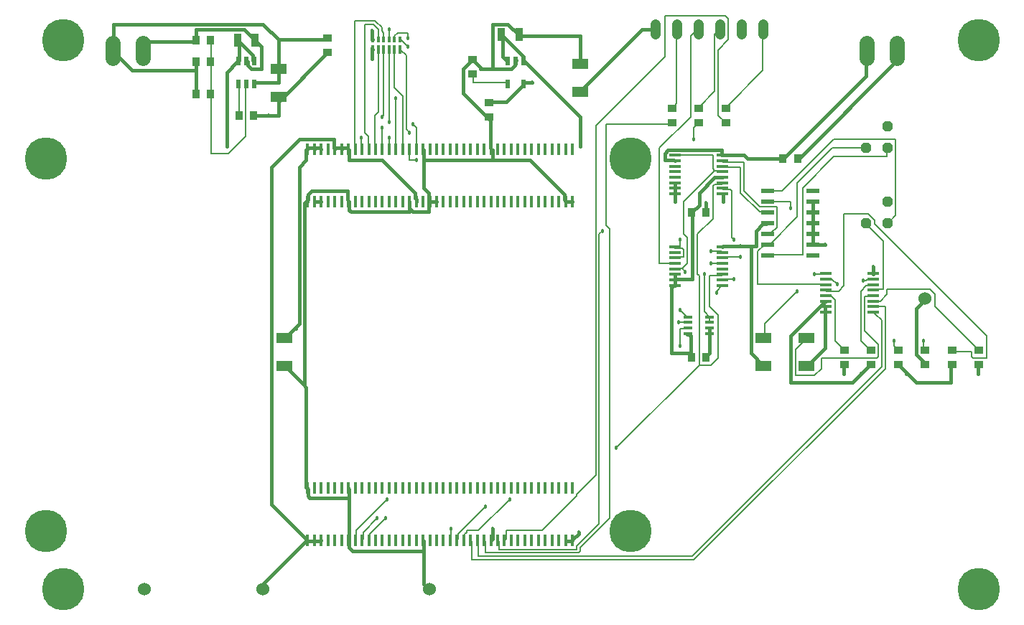
<source format=gtl>
G75*
%MOIN*%
%OFA0B0*%
%FSLAX24Y24*%
%IPPOS*%
%LPD*%
%AMOC8*
5,1,8,0,0,1.08239X$1,22.5*
%
%ADD10R,0.0180X0.0570*%
%ADD11C,0.1969*%
%ADD12R,0.0394X0.0157*%
%ADD13R,0.0150X0.0300*%
%ADD14R,0.0150X0.0400*%
%ADD15C,0.0709*%
%ADD16R,0.0420X0.0350*%
%ADD17R,0.0350X0.0420*%
%ADD18R,0.0217X0.0394*%
%ADD19R,0.0380X0.0600*%
%ADD20R,0.0740X0.0480*%
%ADD21C,0.0600*%
%ADD22OC8,0.0480*%
%ADD23R,0.0550X0.0137*%
%ADD24R,0.0610X0.0236*%
%ADD25C,0.0480*%
%ADD26C,0.0150*%
%ADD27C,0.0180*%
%ADD28C,0.0080*%
D10*
X015009Y004354D03*
X015324Y004354D03*
X015639Y004354D03*
X015954Y004354D03*
X016269Y004354D03*
X016584Y004354D03*
X016899Y004354D03*
X017214Y004354D03*
X017529Y004354D03*
X017844Y004354D03*
X018159Y004354D03*
X018474Y004354D03*
X018789Y004354D03*
X019104Y004354D03*
X019419Y004354D03*
X019734Y004354D03*
X020049Y004354D03*
X020364Y004354D03*
X020679Y004354D03*
X020994Y004354D03*
X021309Y004354D03*
X021624Y004354D03*
X021939Y004354D03*
X022254Y004354D03*
X022569Y004354D03*
X022883Y004354D03*
X023198Y004354D03*
X023513Y004354D03*
X023828Y004354D03*
X024143Y004354D03*
X024458Y004354D03*
X024773Y004354D03*
X025088Y004354D03*
X025403Y004354D03*
X025718Y004354D03*
X026033Y004354D03*
X026348Y004354D03*
X026663Y004354D03*
X026978Y004354D03*
X027293Y004354D03*
X027293Y006783D03*
X026978Y006783D03*
X026663Y006783D03*
X026348Y006783D03*
X026033Y006783D03*
X025718Y006783D03*
X025403Y006783D03*
X025088Y006783D03*
X024773Y006783D03*
X024458Y006783D03*
X024143Y006783D03*
X023828Y006783D03*
X023513Y006783D03*
X023198Y006783D03*
X022883Y006783D03*
X022569Y006783D03*
X022254Y006783D03*
X021939Y006783D03*
X021624Y006783D03*
X021309Y006783D03*
X020994Y006783D03*
X020679Y006783D03*
X020364Y006783D03*
X020049Y006783D03*
X019734Y006783D03*
X019419Y006783D03*
X019104Y006783D03*
X018789Y006783D03*
X018474Y006783D03*
X018159Y006783D03*
X017844Y006783D03*
X017529Y006783D03*
X017214Y006783D03*
X016899Y006783D03*
X016584Y006783D03*
X016269Y006783D03*
X015954Y006783D03*
X015639Y006783D03*
X015324Y006783D03*
X015009Y006783D03*
X015009Y020102D03*
X015324Y020102D03*
X015639Y020102D03*
X015954Y020102D03*
X016269Y020102D03*
X016584Y020102D03*
X016899Y020102D03*
X017214Y020102D03*
X017529Y020102D03*
X017844Y020102D03*
X018159Y020102D03*
X018474Y020102D03*
X018789Y020102D03*
X019104Y020102D03*
X019419Y020102D03*
X019734Y020102D03*
X020049Y020102D03*
X020364Y020102D03*
X020679Y020102D03*
X020994Y020102D03*
X021309Y020102D03*
X021624Y020102D03*
X021939Y020102D03*
X022254Y020102D03*
X022569Y020102D03*
X022883Y020102D03*
X023198Y020102D03*
X023513Y020102D03*
X023828Y020102D03*
X024143Y020102D03*
X024458Y020102D03*
X024773Y020102D03*
X025088Y020102D03*
X025403Y020102D03*
X025718Y020102D03*
X026033Y020102D03*
X026348Y020102D03*
X026663Y020102D03*
X026978Y020102D03*
X027293Y020102D03*
X027293Y022531D03*
X026978Y022531D03*
X026663Y022531D03*
X026348Y022531D03*
X026033Y022531D03*
X025718Y022531D03*
X025403Y022531D03*
X025088Y022531D03*
X024773Y022531D03*
X024458Y022531D03*
X024143Y022531D03*
X023828Y022531D03*
X023513Y022531D03*
X023198Y022531D03*
X022883Y022531D03*
X022569Y022531D03*
X022254Y022531D03*
X021939Y022531D03*
X021624Y022531D03*
X021309Y022531D03*
X020994Y022531D03*
X020679Y022531D03*
X020364Y022531D03*
X020049Y022531D03*
X019734Y022531D03*
X019419Y022531D03*
X019104Y022531D03*
X018789Y022531D03*
X018474Y022531D03*
X018159Y022531D03*
X017844Y022531D03*
X017529Y022531D03*
X017214Y022531D03*
X016899Y022531D03*
X016584Y022531D03*
X016269Y022531D03*
X015954Y022531D03*
X015639Y022531D03*
X015324Y022531D03*
X015009Y022531D03*
D11*
X003663Y002100D03*
X002844Y004781D03*
X030009Y004781D03*
X046163Y002100D03*
X030009Y022104D03*
X046163Y027600D03*
X003663Y027600D03*
X002844Y022104D03*
D12*
X032651Y014734D03*
X032651Y014478D03*
X032651Y014222D03*
X032651Y013966D03*
X033675Y013966D03*
X033675Y014222D03*
X033675Y014478D03*
X033675Y014734D03*
D13*
X019288Y027620D03*
X019038Y027620D03*
X018788Y027620D03*
X018538Y027620D03*
X018288Y027620D03*
X018038Y027620D03*
D14*
X018038Y027170D03*
X018288Y027170D03*
X018538Y027170D03*
X018788Y027170D03*
X019038Y027170D03*
X019288Y027170D03*
D15*
X007352Y027454D02*
X007352Y026746D01*
X005974Y026746D02*
X005974Y027454D01*
X040974Y027454D02*
X040974Y026746D01*
X042352Y026746D02*
X042352Y027454D01*
D16*
X034413Y024440D03*
X034413Y023760D03*
X033163Y023760D03*
X031913Y023760D03*
X031913Y024440D03*
X033163Y024440D03*
X023413Y024690D03*
X023413Y024010D03*
X022663Y026010D03*
X022663Y026690D03*
X015913Y027010D03*
X015913Y027690D03*
X039913Y013190D03*
X039913Y012510D03*
X041163Y012510D03*
X041163Y013190D03*
X042413Y013190D03*
X042413Y012510D03*
X043663Y012510D03*
X043663Y013190D03*
X044913Y013190D03*
X044913Y012510D03*
X046163Y012510D03*
X046163Y013190D03*
D17*
X033503Y012850D03*
X032823Y012850D03*
X032823Y019600D03*
X033503Y019600D03*
X037073Y022100D03*
X037753Y022100D03*
X012503Y024100D03*
X011823Y024100D03*
X010503Y025100D03*
X009823Y025100D03*
X009823Y026600D03*
X010503Y026600D03*
X010503Y027600D03*
X009823Y027600D03*
D18*
X011789Y026631D03*
X012163Y026631D03*
X012537Y026631D03*
X012537Y025569D03*
X012163Y025569D03*
X011789Y025569D03*
X024289Y025569D03*
X025037Y025569D03*
X025037Y026631D03*
X024663Y026631D03*
X024289Y026631D03*
D19*
X024003Y027850D03*
X024823Y027850D03*
X012573Y027600D03*
X011753Y027600D03*
D20*
X013663Y026250D03*
X013663Y024950D03*
X027663Y025200D03*
X027663Y026500D03*
X036163Y013750D03*
X036163Y012450D03*
X038163Y012450D03*
X038163Y013750D03*
X013913Y013750D03*
X013913Y012450D03*
D21*
X012913Y002100D03*
X007413Y002100D03*
X020663Y002100D03*
X043663Y015600D03*
D22*
X041913Y019100D03*
X040913Y019100D03*
X041913Y020100D03*
X041913Y022600D03*
X040913Y022600D03*
X041913Y023600D03*
D23*
X034275Y022245D03*
X034275Y021989D03*
X034275Y021733D03*
X034275Y021477D03*
X034275Y021221D03*
X034275Y020965D03*
X034275Y020709D03*
X034275Y020454D03*
X032055Y020454D03*
X032055Y020709D03*
X032055Y020965D03*
X032055Y021221D03*
X032055Y021477D03*
X032055Y021733D03*
X032055Y021989D03*
X032055Y022245D03*
X032055Y017995D03*
X032055Y017739D03*
X032055Y017483D03*
X032055Y017227D03*
X032055Y016971D03*
X032055Y016715D03*
X032055Y016459D03*
X032055Y016204D03*
X034275Y016204D03*
X034275Y016459D03*
X034275Y016715D03*
X034275Y016971D03*
X034275Y017227D03*
X034275Y017483D03*
X034275Y017739D03*
X034275Y017995D03*
X039055Y016745D03*
X039055Y016489D03*
X039055Y016233D03*
X039055Y015977D03*
X039055Y015721D03*
X039055Y015465D03*
X039055Y015209D03*
X039055Y014954D03*
X041275Y014954D03*
X041275Y015209D03*
X041275Y015465D03*
X041275Y015721D03*
X041275Y015977D03*
X041275Y016233D03*
X041275Y016489D03*
X041275Y016745D03*
D24*
X038476Y017600D03*
X038476Y018100D03*
X038476Y018600D03*
X038476Y019100D03*
X038476Y019600D03*
X038476Y020100D03*
X038476Y020600D03*
X036350Y020600D03*
X036350Y020100D03*
X036350Y019600D03*
X036350Y019100D03*
X036350Y018600D03*
X036350Y018100D03*
X036350Y017600D03*
D25*
X036163Y027860D02*
X036163Y028340D01*
X035163Y028340D02*
X035163Y027860D01*
X034163Y027860D02*
X034163Y028340D01*
X033163Y028340D02*
X033163Y027860D01*
X032163Y027860D02*
X032163Y028340D01*
X031163Y028340D02*
X031163Y027860D01*
D26*
X031163Y028100D02*
X030543Y028100D01*
X027663Y025220D01*
X027663Y025200D01*
X027663Y024020D02*
X027663Y022660D01*
X027663Y024020D02*
X025103Y026580D01*
X025037Y026631D01*
X025023Y026660D01*
X025023Y026820D01*
X024063Y027780D01*
X024003Y027850D01*
X024063Y027780D02*
X024063Y026820D01*
X024223Y026660D01*
X024289Y026631D01*
X024623Y026580D02*
X024623Y026420D01*
X024463Y026260D01*
X023583Y026260D01*
X023583Y028340D01*
X024303Y028340D01*
X024783Y027860D01*
X024823Y027850D01*
X024863Y027780D01*
X027663Y027780D01*
X027663Y026500D01*
X025423Y025620D02*
X025103Y025620D01*
X025037Y025569D01*
X025023Y025540D01*
X024223Y024740D01*
X023423Y024740D01*
X023413Y024690D01*
X023343Y024020D02*
X022223Y025140D01*
X022223Y026260D01*
X022623Y026660D01*
X022663Y026690D01*
X022703Y026660D01*
X023023Y026340D01*
X023023Y026260D01*
X023583Y026260D01*
X024623Y026580D02*
X024663Y026631D01*
X024703Y026660D01*
X023413Y024010D02*
X023343Y024020D01*
X023413Y024010D02*
X023423Y023940D01*
X023503Y023860D01*
X023503Y022580D01*
X023513Y022531D01*
X023583Y022500D01*
X023583Y022020D01*
X020383Y022020D01*
X020383Y022500D01*
X020364Y022531D01*
X020383Y022020D02*
X020383Y020740D01*
X020623Y020500D01*
X020623Y020180D01*
X020679Y020102D01*
X020703Y020100D01*
X020943Y020100D01*
X020994Y020102D01*
X020679Y020102D02*
X020623Y020100D01*
X020623Y019620D01*
X019903Y019620D01*
X019783Y019740D01*
X019743Y019700D01*
X019743Y019620D01*
X017023Y019620D01*
X016943Y019700D01*
X016943Y020100D01*
X016899Y020102D01*
X016863Y020180D01*
X016863Y020580D01*
X015183Y020580D01*
X015023Y020420D01*
X015023Y020180D01*
X015009Y020102D01*
X014943Y020100D01*
X014863Y020020D01*
X014863Y011620D01*
X014823Y011580D01*
X013983Y012420D01*
X013913Y012450D01*
X014823Y011580D02*
X014943Y011460D01*
X014943Y006820D01*
X015009Y006783D01*
X015023Y006740D01*
X015023Y006420D01*
X015103Y006340D01*
X016943Y006340D01*
X016943Y004420D01*
X016899Y004354D01*
X016943Y004340D01*
X016943Y004020D01*
X017103Y003860D01*
X020383Y003860D01*
X020383Y004340D01*
X020364Y004354D01*
X020383Y003860D02*
X020383Y002340D01*
X020623Y002100D01*
X020663Y002100D01*
X023513Y004354D02*
X023583Y004420D01*
X023583Y004900D01*
X026978Y004354D02*
X027023Y004340D01*
X027263Y004340D01*
X027293Y004354D01*
X027343Y004420D01*
X027583Y004660D01*
X027583Y004740D01*
X016943Y006340D02*
X016943Y006740D01*
X016899Y006783D01*
X015639Y004354D02*
X015583Y004340D01*
X015343Y004340D01*
X015324Y004354D01*
X015263Y004340D01*
X015023Y004340D01*
X015009Y004354D01*
X013343Y006020D01*
X013343Y021700D01*
X014623Y022980D01*
X016223Y022980D01*
X016223Y022580D01*
X016269Y022531D01*
X016303Y022580D01*
X016543Y022580D01*
X016584Y022531D01*
X016623Y022580D01*
X016863Y022580D01*
X016899Y022531D01*
X016943Y022500D01*
X016943Y022020D01*
X018463Y022020D01*
X019983Y020500D01*
X019983Y020260D01*
X020063Y020180D01*
X020049Y020102D01*
X019743Y020100D02*
X019743Y019780D01*
X019783Y019740D01*
X019743Y020100D02*
X019734Y020102D01*
X015639Y020102D02*
X015583Y020100D01*
X015343Y020100D01*
X015324Y020102D01*
X014623Y021700D02*
X014943Y022020D01*
X014943Y022500D01*
X015009Y022531D01*
X015023Y022580D01*
X015263Y022580D01*
X015324Y022531D01*
X015343Y022580D01*
X015583Y022580D01*
X015639Y022531D01*
X014623Y021700D02*
X014623Y014420D01*
X014423Y014220D01*
X014463Y014180D01*
X014423Y014220D02*
X013983Y013780D01*
X013913Y013750D01*
X025343Y022020D02*
X026943Y020420D01*
X026943Y020180D01*
X026978Y020102D01*
X027023Y020100D01*
X027263Y020100D01*
X027293Y020102D01*
X025343Y022020D02*
X023583Y022020D01*
X017983Y026740D02*
X017983Y027140D01*
X018038Y027170D01*
X017983Y027220D01*
X017983Y027620D02*
X018038Y027620D01*
X017983Y027620D02*
X017983Y028020D01*
X015913Y027690D02*
X015903Y027620D01*
X013663Y027620D01*
X012943Y028340D01*
X005983Y028340D01*
X005983Y027140D01*
X005974Y027100D01*
X005983Y027060D01*
X006863Y026180D01*
X009823Y026180D01*
X009823Y025100D01*
X011263Y026100D02*
X011263Y022660D01*
X012503Y024100D02*
X013183Y024100D01*
X013663Y024100D01*
X013663Y024740D01*
X015903Y026980D01*
X015913Y027010D01*
X013663Y027620D02*
X013663Y026250D01*
X013663Y025620D01*
X012543Y025620D01*
X012537Y025569D01*
X012383Y026260D02*
X012863Y026260D01*
X012863Y027300D01*
X012623Y027540D01*
X012573Y027600D01*
X012543Y027620D01*
X012063Y028100D01*
X009823Y028100D01*
X009823Y027600D01*
X009823Y027540D01*
X007423Y027540D01*
X007423Y027140D01*
X007352Y027100D01*
X009823Y026600D02*
X009823Y026180D01*
X011263Y026100D02*
X011743Y026580D01*
X011789Y026631D01*
X011823Y026660D01*
X011823Y027540D01*
X011753Y027600D01*
X011823Y027540D02*
X012463Y026900D01*
X012463Y026660D01*
X012537Y026631D01*
X012223Y026580D02*
X012163Y026631D01*
X012143Y026660D01*
X012223Y026580D02*
X012223Y026420D01*
X012383Y026260D01*
X013663Y024950D02*
X013663Y024900D01*
X013663Y024950D02*
X013663Y024740D01*
X031583Y022340D02*
X031583Y022020D01*
X031983Y022020D01*
X032055Y021989D01*
X031583Y022340D02*
X031743Y022500D01*
X034223Y022500D01*
X034223Y022260D01*
X034275Y022245D01*
X034303Y022260D01*
X035263Y022260D01*
X035423Y022100D01*
X037073Y022100D01*
X037103Y022100D01*
X040943Y025940D01*
X040943Y027060D01*
X040974Y027100D01*
X042303Y027060D02*
X042303Y026580D01*
X037823Y022100D01*
X037753Y022100D01*
X038463Y020100D02*
X038476Y020100D01*
X038463Y020100D02*
X038463Y019620D01*
X038476Y019600D01*
X038463Y019540D01*
X038463Y019140D01*
X038476Y019100D01*
X038463Y019060D01*
X038463Y018660D01*
X038476Y018600D01*
X038463Y018580D01*
X038463Y018100D01*
X038476Y018100D01*
X039023Y018100D01*
X041263Y017060D02*
X041263Y016740D01*
X041275Y016745D01*
X043263Y015140D02*
X043663Y015540D01*
X043663Y015600D01*
X043263Y015140D02*
X043263Y012980D01*
X043663Y012580D01*
X043663Y012510D01*
X043263Y011700D02*
X042823Y012140D01*
X042783Y012100D01*
X042823Y012140D02*
X042463Y012500D01*
X042413Y012510D01*
X041163Y012510D02*
X041103Y012500D01*
X040703Y012100D01*
X040303Y011700D01*
X037423Y011700D01*
X037423Y013860D01*
X038903Y015340D01*
X039023Y015220D01*
X039055Y015209D01*
X039023Y015220D02*
X039023Y014980D01*
X039055Y014954D01*
X039023Y014900D01*
X039023Y013300D01*
X038223Y012500D01*
X038163Y012450D01*
X039903Y012500D02*
X039903Y012100D01*
X039903Y012500D02*
X039913Y012510D01*
X043263Y011700D02*
X044863Y011700D01*
X044863Y012500D01*
X044913Y012510D01*
X046143Y012500D02*
X046143Y012100D01*
X046143Y012500D02*
X046163Y012510D01*
X039055Y015465D02*
X039023Y015460D01*
X038903Y015340D01*
X036143Y012500D02*
X035583Y013060D01*
X035583Y018020D01*
X035103Y018020D01*
X034303Y018020D01*
X034275Y017995D01*
X035583Y018020D02*
X035823Y018020D01*
X035823Y018740D01*
X036143Y019060D01*
X036303Y019060D01*
X036350Y019100D01*
X034303Y020100D02*
X034303Y020420D01*
X034275Y020454D01*
X033503Y020020D02*
X033503Y019600D01*
X033183Y019940D02*
X032863Y019620D01*
X032823Y019600D01*
X032863Y019540D01*
X032863Y016500D01*
X032063Y016500D01*
X032055Y016459D01*
X032063Y016420D01*
X032063Y016260D01*
X032055Y016204D01*
X031983Y016180D01*
X031903Y016100D01*
X031903Y013060D01*
X032783Y013060D01*
X032783Y013380D01*
X032783Y013860D01*
X032703Y013940D01*
X032651Y013966D01*
X032623Y013940D01*
X033663Y013940D02*
X033663Y013540D01*
X033663Y013060D01*
X033503Y012900D01*
X033503Y012850D01*
X032823Y012850D02*
X032783Y012900D01*
X032783Y013060D01*
X033663Y013940D02*
X033675Y013966D01*
X033663Y014020D01*
X033663Y014180D01*
X033675Y014222D01*
X036143Y012500D02*
X036163Y012450D01*
X032063Y016500D02*
X032063Y016660D01*
X032055Y016715D01*
X032063Y020100D02*
X032063Y020420D01*
X032055Y020454D01*
X032063Y020500D01*
X032063Y020660D01*
X032055Y020709D01*
X032063Y020740D01*
X032063Y020900D01*
X032055Y020965D01*
X033183Y020500D02*
X033903Y021220D01*
X034223Y021220D01*
X034275Y021221D01*
X033183Y020500D02*
X033183Y019940D01*
X042303Y027060D02*
X042352Y027100D01*
X015009Y004354D02*
X014943Y004340D01*
X012943Y002340D01*
X012943Y002100D01*
X012913Y002100D01*
D27*
X018223Y005380D03*
X018623Y005380D03*
X018703Y006260D03*
X021663Y004900D03*
X023263Y005940D03*
X024383Y006260D03*
X023583Y004900D03*
X027583Y004740D03*
X029343Y008660D03*
X032303Y013380D03*
X032783Y013380D03*
X033663Y013540D03*
X032223Y014500D03*
X032303Y015060D03*
X033983Y015860D03*
X034783Y016500D03*
X033743Y017220D03*
X033423Y016740D03*
X032543Y016820D03*
X033743Y017780D03*
X034783Y018340D03*
X035103Y018020D03*
X035103Y017540D03*
X032303Y018340D03*
X032063Y020100D03*
X033503Y020020D03*
X034303Y020100D03*
X037423Y019780D03*
X039023Y018100D03*
X038543Y016740D03*
X037743Y015940D03*
X039583Y016260D03*
X040783Y016420D03*
X041263Y017060D03*
X042223Y013620D03*
X043583Y013620D03*
X042783Y012100D03*
X040703Y012100D03*
X039903Y012100D03*
X046143Y012100D03*
X028703Y018740D03*
X027663Y022660D03*
X025423Y025620D03*
X019903Y023700D03*
X019743Y023300D03*
X018783Y023060D03*
X018463Y023540D03*
X018783Y023780D03*
X018463Y024020D03*
X019103Y024900D03*
X017983Y026740D03*
X019663Y027300D03*
X019663Y027700D03*
X018783Y028100D03*
X017983Y028020D03*
X013183Y024100D03*
X011263Y022660D03*
X017503Y023060D03*
X020063Y022020D03*
X014463Y014180D03*
X032943Y022980D03*
D28*
X032943Y023540D01*
X033163Y023760D01*
X032783Y024020D02*
X032783Y027780D01*
X033103Y028100D01*
X033163Y028100D01*
X033903Y027860D02*
X034143Y028100D01*
X034163Y028100D01*
X033903Y027860D02*
X033903Y025220D01*
X033183Y024500D01*
X033163Y024440D01*
X032783Y024020D02*
X031343Y022580D01*
X031343Y017220D01*
X031983Y017220D01*
X032055Y017227D01*
X032063Y016980D02*
X032055Y016971D01*
X032063Y016980D02*
X032383Y016980D01*
X032623Y017220D01*
X032623Y018420D01*
X032463Y018580D01*
X032463Y020100D01*
X033903Y021540D01*
X034223Y021540D01*
X034275Y021477D01*
X034303Y021700D02*
X034275Y021733D01*
X034303Y021700D02*
X035103Y021700D01*
X035103Y020500D01*
X035983Y019620D01*
X036303Y019620D01*
X036350Y019600D01*
X035983Y019860D02*
X036783Y019860D01*
X036783Y018900D01*
X036543Y018660D01*
X036383Y018660D01*
X036350Y018600D01*
X036350Y018100D02*
X036463Y018100D01*
X037743Y019380D01*
X037743Y020970D01*
X039373Y022600D01*
X040913Y022600D01*
X040863Y022580D01*
X041903Y022580D02*
X041903Y022180D01*
X039423Y022180D01*
X037983Y020740D01*
X037983Y017620D01*
X036383Y017620D01*
X036350Y017600D01*
X035903Y017780D02*
X036223Y018100D01*
X036350Y018100D01*
X035903Y017780D02*
X035903Y016260D01*
X039023Y016260D01*
X039055Y016233D01*
X039055Y015977D02*
X039103Y015940D01*
X039663Y015940D01*
X039903Y016180D01*
X039903Y019540D01*
X041023Y019540D01*
X041343Y019220D01*
X041343Y019060D01*
X046543Y013860D01*
X046543Y012820D01*
X045903Y012820D01*
X045823Y012900D01*
X045823Y013140D01*
X044943Y013140D01*
X044913Y013190D01*
X046143Y013220D02*
X046163Y013190D01*
X046143Y013220D02*
X044143Y015220D01*
X044143Y015780D01*
X043903Y016020D01*
X041903Y016020D01*
X041903Y015780D01*
X041583Y015460D01*
X041343Y015460D01*
X041275Y015465D01*
X041263Y015700D02*
X041275Y015721D01*
X041263Y015700D02*
X040863Y015700D01*
X040863Y014100D01*
X041503Y013460D01*
X041503Y012900D01*
X041423Y012820D01*
X038863Y012820D01*
X038863Y012340D01*
X038543Y012020D01*
X037663Y012020D01*
X037663Y013220D01*
X038143Y013700D01*
X038163Y013750D01*
X039503Y013620D02*
X039503Y015540D01*
X039343Y015700D01*
X039103Y015700D01*
X039055Y015721D01*
X039583Y016260D02*
X039343Y016500D01*
X039103Y016500D01*
X039055Y016489D01*
X039023Y016740D02*
X038543Y016740D01*
X039023Y016740D02*
X039055Y016745D01*
X037743Y015940D02*
X036223Y014420D01*
X036223Y013780D01*
X036163Y013750D01*
X034063Y012820D02*
X033743Y012500D01*
X033183Y012500D01*
X029343Y008660D01*
X028383Y007380D02*
X027503Y006500D01*
X027503Y006420D01*
X025903Y004820D01*
X024223Y004820D01*
X024223Y004420D01*
X024143Y004354D01*
X023903Y004340D02*
X023903Y003940D01*
X027503Y003940D01*
X027503Y004100D01*
X028543Y005140D01*
X028543Y018580D01*
X028703Y018740D01*
X028863Y018980D02*
X029023Y018820D01*
X029023Y005380D01*
X027663Y004020D01*
X027663Y003860D01*
X027583Y003780D01*
X023263Y003780D01*
X023263Y004340D01*
X023198Y004354D01*
X022943Y004340D02*
X022883Y004354D01*
X022943Y004340D02*
X022943Y003620D01*
X032863Y003620D01*
X041663Y012420D01*
X041663Y014580D01*
X041343Y014900D01*
X041275Y014954D01*
X041275Y015209D02*
X041343Y015220D01*
X041823Y015220D01*
X041823Y012340D01*
X032943Y003460D01*
X022623Y003460D01*
X022623Y004340D01*
X022569Y004354D01*
X022303Y004420D02*
X022254Y004354D01*
X022303Y004420D02*
X022303Y004660D01*
X022383Y004740D01*
X022383Y004820D01*
X022943Y004820D01*
X024383Y006260D01*
X023263Y005940D02*
X021983Y004660D01*
X021983Y004420D01*
X021939Y004354D01*
X021663Y004420D02*
X021624Y004354D01*
X021663Y004420D02*
X021663Y004900D01*
X023828Y004354D02*
X023903Y004340D01*
X028383Y007380D02*
X028383Y023620D01*
X031583Y026820D01*
X031583Y028740D01*
X034383Y028740D01*
X034543Y028580D01*
X034543Y027620D01*
X034063Y027140D01*
X034063Y024100D01*
X034383Y023780D01*
X034413Y023760D01*
X034413Y024440D02*
X034463Y024500D01*
X036143Y026180D01*
X036143Y028100D01*
X036163Y028100D01*
X032163Y028100D02*
X032143Y028100D01*
X032143Y024660D01*
X031983Y024500D01*
X031913Y024440D01*
X031913Y023760D02*
X031903Y023700D01*
X028863Y023700D01*
X028863Y018980D01*
X032055Y017995D02*
X032303Y017940D01*
X032303Y018340D01*
X032303Y017940D02*
X032383Y017940D01*
X032463Y017860D01*
X032463Y017540D01*
X032063Y017540D01*
X032055Y017483D01*
X032383Y016980D02*
X032543Y016820D01*
X033103Y016740D02*
X033103Y018580D01*
X033823Y019300D01*
X033823Y020820D01*
X033903Y020900D01*
X034223Y020900D01*
X034275Y020965D01*
X034275Y020709D02*
X034303Y020660D01*
X034623Y020660D01*
X034703Y020580D01*
X034703Y018420D01*
X034783Y018340D01*
X034275Y017739D02*
X034223Y017780D01*
X033743Y017780D01*
X033743Y017220D02*
X034223Y017220D01*
X034275Y017227D01*
X034275Y017483D02*
X034303Y017540D01*
X035103Y017540D01*
X034275Y016715D02*
X034223Y016660D01*
X033663Y016660D01*
X033663Y015220D01*
X034063Y014820D01*
X034063Y012820D01*
X033183Y012500D02*
X033183Y016660D01*
X033103Y016740D01*
X033423Y016740D02*
X033423Y014980D01*
X033663Y014740D01*
X033675Y014734D01*
X033663Y014660D01*
X033663Y014500D01*
X033675Y014478D01*
X032651Y014478D02*
X032623Y014500D01*
X032223Y014500D01*
X032303Y014180D02*
X032303Y013380D01*
X032303Y014180D02*
X032623Y014180D01*
X032651Y014222D01*
X032651Y014734D02*
X032623Y014740D01*
X032303Y015060D01*
X033983Y015860D02*
X033983Y015940D01*
X034223Y016180D01*
X034275Y016204D01*
X034275Y016459D02*
X034303Y016500D01*
X034783Y016500D01*
X032303Y017940D02*
X032063Y017940D01*
X032055Y017995D01*
X035263Y020580D02*
X035983Y019860D01*
X036350Y020100D02*
X037423Y020100D01*
X037423Y019780D01*
X037043Y020600D02*
X036350Y020600D01*
X036383Y020660D01*
X037043Y020600D02*
X039423Y022980D01*
X042303Y022980D01*
X042303Y019460D01*
X041983Y019140D01*
X041913Y019100D01*
X041743Y018260D02*
X040943Y019060D01*
X040913Y019100D01*
X041743Y018260D02*
X041743Y016020D01*
X041343Y016020D01*
X041275Y015977D01*
X041263Y016180D02*
X040943Y016180D01*
X040703Y015940D01*
X040703Y013620D01*
X041103Y013220D01*
X041163Y013190D01*
X042223Y013380D02*
X042413Y013190D01*
X042223Y013380D02*
X042223Y013620D01*
X043583Y013620D02*
X043583Y013300D01*
X043663Y013220D01*
X043663Y013190D01*
X039913Y013190D02*
X039903Y013220D01*
X039503Y013620D01*
X041263Y016180D02*
X041275Y016233D01*
X041275Y016489D02*
X041263Y016500D01*
X041023Y016500D01*
X040943Y016420D01*
X040783Y016420D01*
X035263Y020580D02*
X035263Y021940D01*
X034303Y021940D01*
X034275Y021989D01*
X033823Y022260D02*
X033823Y021620D01*
X033903Y021540D01*
X033823Y022260D02*
X032063Y022260D01*
X032055Y022245D01*
X024289Y025569D02*
X024223Y025620D01*
X022703Y025620D01*
X022703Y025940D01*
X022663Y026010D01*
X019583Y026900D02*
X019583Y023460D01*
X019743Y023300D01*
X020063Y023540D02*
X020063Y022580D01*
X020049Y022531D01*
X019743Y022500D02*
X019743Y022020D01*
X020063Y022020D01*
X019743Y022500D02*
X019734Y022531D01*
X019423Y022580D02*
X019419Y022531D01*
X019423Y022580D02*
X019423Y024980D01*
X019023Y025380D01*
X019023Y027140D01*
X019038Y027170D01*
X019288Y027170D02*
X019343Y027140D01*
X019583Y026900D01*
X019663Y027300D02*
X019343Y027620D01*
X019288Y027620D01*
X019038Y027620D02*
X019023Y027620D01*
X019023Y027780D01*
X019183Y027940D01*
X019663Y027940D01*
X019663Y027700D01*
X018788Y027620D02*
X018783Y027620D01*
X018783Y028100D01*
X018543Y027940D02*
X018463Y028020D01*
X018463Y028180D01*
X018143Y028500D01*
X017183Y028500D01*
X017183Y022580D01*
X017214Y022531D01*
X017503Y022580D02*
X017529Y022531D01*
X017503Y022580D02*
X017503Y023060D01*
X017663Y023300D02*
X017823Y023140D01*
X017823Y022580D01*
X017844Y022531D01*
X018143Y022580D02*
X018159Y022531D01*
X018143Y022580D02*
X018143Y024100D01*
X018303Y024260D01*
X018303Y027140D01*
X018288Y027170D01*
X018538Y027170D02*
X018543Y027140D01*
X018543Y024100D01*
X018463Y024020D01*
X018783Y023780D02*
X018783Y027140D01*
X018788Y027170D01*
X018543Y027620D02*
X018538Y027620D01*
X018543Y027620D02*
X018543Y027940D01*
X018303Y028100D02*
X018063Y028340D01*
X017663Y028340D01*
X017663Y023300D01*
X018463Y023540D02*
X018463Y022580D01*
X018474Y022531D01*
X018783Y022580D02*
X018789Y022531D01*
X018783Y022580D02*
X018783Y023060D01*
X019103Y022580D02*
X019104Y022531D01*
X019103Y022580D02*
X019103Y024900D01*
X019903Y023700D02*
X020063Y023540D01*
X018303Y027620D02*
X018288Y027620D01*
X018303Y027620D02*
X018303Y028100D01*
X012163Y025569D02*
X012143Y025540D01*
X012143Y023140D01*
X011343Y022340D01*
X010543Y022340D01*
X010543Y025060D01*
X010503Y025100D01*
X010543Y025140D01*
X010543Y026580D01*
X010503Y026600D01*
X010543Y026660D01*
X010543Y027540D01*
X010503Y027600D01*
X011789Y025569D02*
X011823Y025540D01*
X011823Y024100D01*
X018703Y006260D02*
X017263Y004820D01*
X017263Y004420D01*
X017214Y004354D01*
X017529Y004354D02*
X017583Y004420D01*
X017583Y004740D01*
X018223Y005380D01*
X018623Y005380D02*
X017903Y004660D01*
X017903Y004420D01*
X017844Y004354D01*
X041903Y022580D02*
X041913Y022600D01*
M02*

</source>
